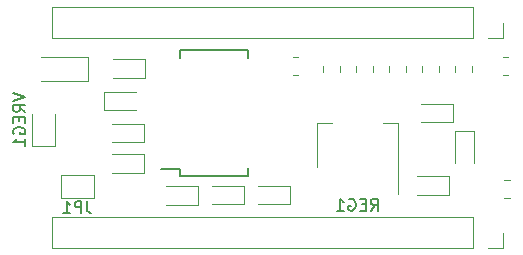
<source format=gbr>
%TF.GenerationSoftware,KiCad,Pcbnew,7.0.10*%
%TF.CreationDate,2024-02-19T12:28:25+05:30*%
%TF.ProjectId,ArduinoNano _Rudra_2021eeb1208,41726475-696e-46f4-9e61-6e6f205f5275,rev?*%
%TF.SameCoordinates,Original*%
%TF.FileFunction,Legend,Bot*%
%TF.FilePolarity,Positive*%
%FSLAX46Y46*%
G04 Gerber Fmt 4.6, Leading zero omitted, Abs format (unit mm)*
G04 Created by KiCad (PCBNEW 7.0.10) date 2024-02-19 12:28:25*
%MOMM*%
%LPD*%
G01*
G04 APERTURE LIST*
%ADD10C,0.150000*%
%ADD11C,0.120000*%
G04 APERTURE END LIST*
D10*
X90171047Y-113078819D02*
X90504380Y-112602628D01*
X90742475Y-113078819D02*
X90742475Y-112078819D01*
X90742475Y-112078819D02*
X90361523Y-112078819D01*
X90361523Y-112078819D02*
X90266285Y-112126438D01*
X90266285Y-112126438D02*
X90218666Y-112174057D01*
X90218666Y-112174057D02*
X90171047Y-112269295D01*
X90171047Y-112269295D02*
X90171047Y-112412152D01*
X90171047Y-112412152D02*
X90218666Y-112507390D01*
X90218666Y-112507390D02*
X90266285Y-112555009D01*
X90266285Y-112555009D02*
X90361523Y-112602628D01*
X90361523Y-112602628D02*
X90742475Y-112602628D01*
X89742475Y-112555009D02*
X89409142Y-112555009D01*
X89266285Y-113078819D02*
X89742475Y-113078819D01*
X89742475Y-113078819D02*
X89742475Y-112078819D01*
X89742475Y-112078819D02*
X89266285Y-112078819D01*
X88313904Y-112126438D02*
X88409142Y-112078819D01*
X88409142Y-112078819D02*
X88551999Y-112078819D01*
X88551999Y-112078819D02*
X88694856Y-112126438D01*
X88694856Y-112126438D02*
X88790094Y-112221676D01*
X88790094Y-112221676D02*
X88837713Y-112316914D01*
X88837713Y-112316914D02*
X88885332Y-112507390D01*
X88885332Y-112507390D02*
X88885332Y-112650247D01*
X88885332Y-112650247D02*
X88837713Y-112840723D01*
X88837713Y-112840723D02*
X88790094Y-112935961D01*
X88790094Y-112935961D02*
X88694856Y-113031200D01*
X88694856Y-113031200D02*
X88551999Y-113078819D01*
X88551999Y-113078819D02*
X88456761Y-113078819D01*
X88456761Y-113078819D02*
X88313904Y-113031200D01*
X88313904Y-113031200D02*
X88266285Y-112983580D01*
X88266285Y-112983580D02*
X88266285Y-112650247D01*
X88266285Y-112650247D02*
X88456761Y-112650247D01*
X87313904Y-113078819D02*
X87885332Y-113078819D01*
X87599618Y-113078819D02*
X87599618Y-112078819D01*
X87599618Y-112078819D02*
X87694856Y-112221676D01*
X87694856Y-112221676D02*
X87790094Y-112316914D01*
X87790094Y-112316914D02*
X87885332Y-112364533D01*
X59906819Y-103148095D02*
X60906819Y-103481428D01*
X60906819Y-103481428D02*
X59906819Y-103814761D01*
X60906819Y-104719523D02*
X60430628Y-104386190D01*
X60906819Y-104148095D02*
X59906819Y-104148095D01*
X59906819Y-104148095D02*
X59906819Y-104529047D01*
X59906819Y-104529047D02*
X59954438Y-104624285D01*
X59954438Y-104624285D02*
X60002057Y-104671904D01*
X60002057Y-104671904D02*
X60097295Y-104719523D01*
X60097295Y-104719523D02*
X60240152Y-104719523D01*
X60240152Y-104719523D02*
X60335390Y-104671904D01*
X60335390Y-104671904D02*
X60383009Y-104624285D01*
X60383009Y-104624285D02*
X60430628Y-104529047D01*
X60430628Y-104529047D02*
X60430628Y-104148095D01*
X60383009Y-105148095D02*
X60383009Y-105481428D01*
X60906819Y-105624285D02*
X60906819Y-105148095D01*
X60906819Y-105148095D02*
X59906819Y-105148095D01*
X59906819Y-105148095D02*
X59906819Y-105624285D01*
X59954438Y-106576666D02*
X59906819Y-106481428D01*
X59906819Y-106481428D02*
X59906819Y-106338571D01*
X59906819Y-106338571D02*
X59954438Y-106195714D01*
X59954438Y-106195714D02*
X60049676Y-106100476D01*
X60049676Y-106100476D02*
X60144914Y-106052857D01*
X60144914Y-106052857D02*
X60335390Y-106005238D01*
X60335390Y-106005238D02*
X60478247Y-106005238D01*
X60478247Y-106005238D02*
X60668723Y-106052857D01*
X60668723Y-106052857D02*
X60763961Y-106100476D01*
X60763961Y-106100476D02*
X60859200Y-106195714D01*
X60859200Y-106195714D02*
X60906819Y-106338571D01*
X60906819Y-106338571D02*
X60906819Y-106433809D01*
X60906819Y-106433809D02*
X60859200Y-106576666D01*
X60859200Y-106576666D02*
X60811580Y-106624285D01*
X60811580Y-106624285D02*
X60478247Y-106624285D01*
X60478247Y-106624285D02*
X60478247Y-106433809D01*
X60906819Y-107576666D02*
X60906819Y-107005238D01*
X60906819Y-107290952D02*
X59906819Y-107290952D01*
X59906819Y-107290952D02*
X60049676Y-107195714D01*
X60049676Y-107195714D02*
X60144914Y-107100476D01*
X60144914Y-107100476D02*
X60192533Y-107005238D01*
X66133333Y-112284819D02*
X66133333Y-112999104D01*
X66133333Y-112999104D02*
X66180952Y-113141961D01*
X66180952Y-113141961D02*
X66276190Y-113237200D01*
X66276190Y-113237200D02*
X66419047Y-113284819D01*
X66419047Y-113284819D02*
X66514285Y-113284819D01*
X65657142Y-113284819D02*
X65657142Y-112284819D01*
X65657142Y-112284819D02*
X65276190Y-112284819D01*
X65276190Y-112284819D02*
X65180952Y-112332438D01*
X65180952Y-112332438D02*
X65133333Y-112380057D01*
X65133333Y-112380057D02*
X65085714Y-112475295D01*
X65085714Y-112475295D02*
X65085714Y-112618152D01*
X65085714Y-112618152D02*
X65133333Y-112713390D01*
X65133333Y-112713390D02*
X65180952Y-112761009D01*
X65180952Y-112761009D02*
X65276190Y-112808628D01*
X65276190Y-112808628D02*
X65657142Y-112808628D01*
X64133333Y-113284819D02*
X64704761Y-113284819D01*
X64419047Y-113284819D02*
X64419047Y-112284819D01*
X64419047Y-112284819D02*
X64514285Y-112427676D01*
X64514285Y-112427676D02*
X64609523Y-112522914D01*
X64609523Y-112522914D02*
X64704761Y-112570533D01*
D11*
%TO.C,REG1*%
X92462000Y-111644000D02*
X92462000Y-105634000D01*
X85642000Y-109394000D02*
X85642000Y-105634000D01*
X85642000Y-105634000D02*
X86902000Y-105634000D01*
X92462000Y-105634000D02*
X91202000Y-105634000D01*
%TO.C,C9*%
X98875000Y-106322500D02*
X98875000Y-109032500D01*
X97305000Y-106322500D02*
X98875000Y-106322500D01*
X97305000Y-109032500D02*
X97305000Y-106322500D01*
%TO.C,C3*%
X71052000Y-101815000D02*
X68342000Y-101815000D01*
X71052000Y-100245000D02*
X71052000Y-101815000D01*
X68342000Y-100245000D02*
X71052000Y-100245000D01*
%TO.C,C7*%
X75527500Y-112595000D02*
X72817500Y-112595000D01*
X75527500Y-111025000D02*
X75527500Y-112595000D01*
X72817500Y-111025000D02*
X75527500Y-111025000D01*
%TO.C,C2*%
X67615000Y-103015000D02*
X70325000Y-103015000D01*
X67615000Y-104585000D02*
X67615000Y-103015000D01*
X70325000Y-104585000D02*
X67615000Y-104585000D01*
%TO.C,C4*%
X94067500Y-110185000D02*
X96777500Y-110185000D01*
X96777500Y-110185000D02*
X96777500Y-111755000D01*
X96777500Y-111755000D02*
X94067500Y-111755000D01*
%TO.C,C10*%
X79437500Y-112535000D02*
X76727500Y-112535000D01*
X79437500Y-110965000D02*
X79437500Y-112535000D01*
X76727500Y-110965000D02*
X79437500Y-110965000D01*
%TO.C,VREG1*%
X61524000Y-107603000D02*
X61524000Y-104918000D01*
X63444000Y-107603000D02*
X61524000Y-107603000D01*
X63444000Y-104918000D02*
X63444000Y-107603000D01*
%TO.C,RP1D1*%
X87603000Y-100864936D02*
X87603000Y-101319064D01*
X86133000Y-100864936D02*
X86133000Y-101319064D01*
%TO.C,C5*%
X70960000Y-109885000D02*
X68250000Y-109885000D01*
X70960000Y-108315000D02*
X70960000Y-109885000D01*
X68250000Y-108315000D02*
X70960000Y-108315000D01*
%TO.C,RP2C1*%
X95985000Y-100864936D02*
X95985000Y-101319064D01*
X94515000Y-100864936D02*
X94515000Y-101319064D01*
%TO.C,RP2A1*%
X90397000Y-100864936D02*
X90397000Y-101319064D01*
X88927000Y-100864936D02*
X88927000Y-101319064D01*
%TO.C,D1*%
X66240000Y-102092000D02*
X62230000Y-102092000D01*
X66240000Y-100092000D02*
X66240000Y-102092000D01*
X66240000Y-100092000D02*
X62230000Y-100092000D01*
%TO.C,RP2B1*%
X93191000Y-100864936D02*
X93191000Y-101319064D01*
X91721000Y-100864936D02*
X91721000Y-101319064D01*
%TO.C,C1*%
X97172500Y-105615000D02*
X94462500Y-105615000D01*
X97172500Y-104045000D02*
X97172500Y-105615000D01*
X94462500Y-104045000D02*
X97172500Y-104045000D01*
D10*
%TO.C,USB1*%
X74035000Y-99480000D02*
X74035000Y-100130000D01*
X74035000Y-99480000D02*
X79785000Y-99480000D01*
X74035000Y-109555000D02*
X72435000Y-109555000D01*
X74035000Y-110130000D02*
X74035000Y-109555000D01*
X74035000Y-110130000D02*
X79785000Y-110130000D01*
X79785000Y-99480000D02*
X79785000Y-100130000D01*
X79785000Y-110130000D02*
X79785000Y-109480000D01*
D11*
%TO.C,C8*%
X80587500Y-110965000D02*
X83297500Y-110965000D01*
X83297500Y-110965000D02*
X83297500Y-112535000D01*
X83297500Y-112535000D02*
X80587500Y-112535000D01*
%TO.C,JP1*%
X63900000Y-110030000D02*
X63900000Y-112030000D01*
X63900000Y-112030000D02*
X66700000Y-112030000D01*
X66700000Y-110030000D02*
X63900000Y-110030000D01*
X66700000Y-112030000D02*
X66700000Y-110030000D01*
%TO.C,C6*%
X70985000Y-107285000D02*
X68275000Y-107285000D01*
X70985000Y-105715000D02*
X70985000Y-107285000D01*
X68275000Y-105715000D02*
X70985000Y-105715000D01*
%TO.C,J2*%
X98806000Y-113605000D02*
X63186000Y-113605000D01*
X101406000Y-116265000D02*
X101406000Y-114935000D01*
X100076000Y-116265000D02*
X101406000Y-116265000D01*
X98806000Y-116265000D02*
X98806000Y-113605000D01*
X98806000Y-116265000D02*
X63186000Y-116265000D01*
X63186000Y-116265000D02*
X63186000Y-113605000D01*
%TO.C,RP1C1*%
X98779000Y-100864936D02*
X98779000Y-101319064D01*
X97309000Y-100864936D02*
X97309000Y-101319064D01*
%TO.C,RP2D1*%
X101476436Y-110517000D02*
X101930564Y-110517000D01*
X101476436Y-111987000D02*
X101930564Y-111987000D01*
%TO.C,RP1B1*%
X84047064Y-101573000D02*
X83592936Y-101573000D01*
X84047064Y-100103000D02*
X83592936Y-100103000D01*
%TO.C,RP1A1*%
X101372936Y-100103000D02*
X101827064Y-100103000D01*
X101372936Y-101573000D02*
X101827064Y-101573000D01*
%TO.C,J4*%
X98806000Y-95825000D02*
X63186000Y-95825000D01*
X101406000Y-98485000D02*
X101406000Y-97155000D01*
X100076000Y-98485000D02*
X101406000Y-98485000D01*
X98806000Y-98485000D02*
X98806000Y-95825000D01*
X98806000Y-98485000D02*
X63186000Y-98485000D01*
X63186000Y-98485000D02*
X63186000Y-95825000D01*
%TD*%
M02*

</source>
